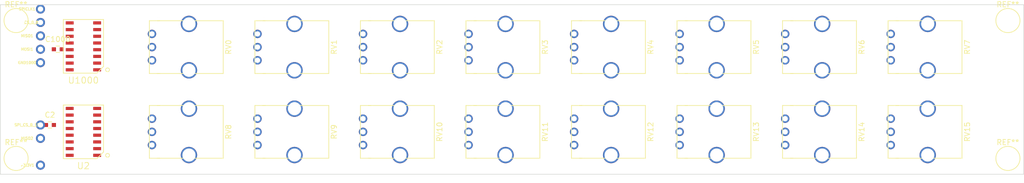
<source format=kicad_pcb>
(kicad_pcb (version 4) (host pcbnew 4.0.4-stable)

  (general
    (links 0)
    (no_connects 54)
    (area -0.050001 -32.175001 194.010001 0.050001)
    (thickness 1.6)
    (drawings 15)
    (tracks 4)
    (zones 0)
    (modules 32)
    (nets 25)
  )

  (page A4)
  (layers
    (0 F.Cu signal)
    (31 B.Cu signal)
    (32 B.Adhes user)
    (33 F.Adhes user)
    (34 B.Paste user)
    (35 F.Paste user)
    (36 B.SilkS user)
    (37 F.SilkS user)
    (38 B.Mask user)
    (39 F.Mask user)
    (40 Dwgs.User user)
    (41 Cmts.User user)
    (42 Eco1.User user)
    (43 Eco2.User user)
    (44 Edge.Cuts user)
    (45 Margin user)
    (46 B.CrtYd user)
    (47 F.CrtYd user hide)
    (48 B.Fab user)
    (49 F.Fab user)
  )

  (setup
    (last_trace_width 0.25)
    (trace_clearance 0.2)
    (zone_clearance 0.508)
    (zone_45_only no)
    (trace_min 0.2)
    (segment_width 0.2)
    (edge_width 0.1)
    (via_size 0.6)
    (via_drill 0.4)
    (via_min_size 0.4)
    (via_min_drill 0.3)
    (uvia_size 0.3)
    (uvia_drill 0.1)
    (uvias_allowed no)
    (uvia_min_size 0.2)
    (uvia_min_drill 0.1)
    (pcb_text_width 0.3)
    (pcb_text_size 1.5 1.5)
    (mod_edge_width 0.15)
    (mod_text_size 1 1)
    (mod_text_width 0.15)
    (pad_size 3.3 3.3)
    (pad_drill 3.3)
    (pad_to_mask_clearance 0)
    (aux_axis_origin 0 0)
    (grid_origin 185.76 16.0625)
    (visible_elements 7FFEFFFF)
    (pcbplotparams
      (layerselection 0x00030_80000001)
      (usegerberextensions false)
      (excludeedgelayer true)
      (linewidth 0.100000)
      (plotframeref false)
      (viasonmask false)
      (mode 1)
      (useauxorigin false)
      (hpglpennumber 1)
      (hpglpenspeed 20)
      (hpglpendiameter 15)
      (hpglpenoverlay 2)
      (psnegative false)
      (psa4output false)
      (plotreference true)
      (plotvalue true)
      (plotinvisibletext false)
      (padsonsilk false)
      (subtractmaskfromsilk false)
      (outputformat 1)
      (mirror false)
      (drillshape 1)
      (scaleselection 1)
      (outputdirectory ""))
  )

  (net 0 "")
  (net 1 GND)
  (net 2 +3V3)
  (net 3 "Net-(MISO1-Pad1)")
  (net 4 /Knobs/P0)
  (net 5 /Knobs/P1)
  (net 6 /Knobs/P2)
  (net 7 /Knobs/P3)
  (net 8 /Knobs/P4)
  (net 9 /Knobs/P5)
  (net 10 /Knobs/P6)
  (net 11 /Knobs/P7)
  (net 12 "Net-(MISO2-Pad1)")
  (net 13 /Knobs/MOSI)
  (net 14 /Knobs/P8)
  (net 15 /Knobs/P9)
  (net 16 /Knobs/P10)
  (net 17 /Knobs/P11)
  (net 18 /Knobs/P12)
  (net 19 /Knobs/P13)
  (net 20 /Knobs/P14)
  (net 21 /Knobs/P15)
  (net 22 /Knobs/SPICLK)
  (net 23 /Knobs/CS_R0_7)
  (net 24 /Knobs/CS_LED_8_15)

  (net_class Default "This is the default net class."
    (clearance 0.2)
    (trace_width 0.25)
    (via_dia 0.6)
    (via_drill 0.4)
    (uvia_dia 0.3)
    (uvia_drill 0.1)
    (add_net +3V3)
    (add_net /Knobs/CS_LED_8_15)
    (add_net /Knobs/CS_R0_7)
    (add_net /Knobs/MOSI)
    (add_net /Knobs/P0)
    (add_net /Knobs/P1)
    (add_net /Knobs/P10)
    (add_net /Knobs/P11)
    (add_net /Knobs/P12)
    (add_net /Knobs/P13)
    (add_net /Knobs/P14)
    (add_net /Knobs/P15)
    (add_net /Knobs/P2)
    (add_net /Knobs/P3)
    (add_net /Knobs/P4)
    (add_net /Knobs/P5)
    (add_net /Knobs/P6)
    (add_net /Knobs/P7)
    (add_net /Knobs/P8)
    (add_net /Knobs/P9)
    (add_net /Knobs/SPICLK)
    (add_net GND)
    (add_net "Net-(MISO1-Pad1)")
    (add_net "Net-(MISO2-Pad1)")
  )

  (module Connect:1pin (layer F.Cu) (tedit 582F41A8) (tstamp 582F453F)
    (at 3 -3)
    (descr "module 1 pin (ou trou mecanique de percage)")
    (tags DEV)
    (fp_text reference REF** (at 0 -3.048) (layer F.SilkS)
      (effects (font (size 1 1) (thickness 0.15)))
    )
    (fp_text value 1pin (at 0 2.794) (layer F.Fab)
      (effects (font (size 1 1) (thickness 0.15)))
    )
    (fp_circle (center 0 0) (end 0 -2.286) (layer F.SilkS) (width 0.15))
    (pad "" np_thru_hole circle (at 0 0) (size 3.3 3.3) (drill 3.3) (layers *.Cu *.Mask))
  )

  (module Connect:1pin (layer F.Cu) (tedit 582F41A8) (tstamp 582F453A)
    (at 3 -29.125)
    (descr "module 1 pin (ou trou mecanique de percage)")
    (tags DEV)
    (fp_text reference REF** (at 0 -3.048) (layer F.SilkS)
      (effects (font (size 1 1) (thickness 0.15)))
    )
    (fp_text value 1pin (at 0 2.794) (layer F.Fab)
      (effects (font (size 1 1) (thickness 0.15)))
    )
    (fp_circle (center 0 0) (end 0 -2.286) (layer F.SilkS) (width 0.15))
    (pad "" np_thru_hole circle (at 0 0) (size 3.3 3.3) (drill 3.3) (layers *.Cu *.Mask))
  )

  (module Connect:1pin (layer F.Cu) (tedit 582F41A8) (tstamp 582F452B)
    (at 190.96 -3)
    (descr "module 1 pin (ou trou mecanique de percage)")
    (tags DEV)
    (fp_text reference REF** (at 0 -3.048) (layer F.SilkS)
      (effects (font (size 1 1) (thickness 0.15)))
    )
    (fp_text value 1pin (at 0 2.794) (layer F.Fab)
      (effects (font (size 1 1) (thickness 0.15)))
    )
    (fp_circle (center 0 0) (end 0 -2.286) (layer F.SilkS) (width 0.15))
    (pad "" np_thru_hole circle (at 0 0) (size 3.3 3.3) (drill 3.3) (layers *.Cu *.Mask))
  )

  (module Liberry:RV09AF-40-20K-B10K (layer F.Cu) (tedit 582DFFE1) (tstamp 582E1168)
    (at 115.76 -24.094 270)
    (path /582E5E18/582E6659)
    (fp_text reference RV4 (at 0 -7.4948 270) (layer F.SilkS)
      (effects (font (size 1 1) (thickness 0.15)))
    )
    (fp_text value POT (at 1 9.5052 270) (layer F.Fab)
      (effects (font (size 1 1) (thickness 0.15)))
    )
    (fp_line (start 7.5 -8.9948) (end -7.5 -8.9948) (layer F.CrtYd) (width 0.15))
    (fp_line (start 7.5 8.5052) (end 7.5 -8.9948) (layer F.CrtYd) (width 0.15))
    (fp_line (start -7.5 8.5052) (end 7.5 8.5052) (layer F.CrtYd) (width 0.15))
    (fp_line (start -7.5 -8.9948) (end -7.5 8.5052) (layer F.CrtYd) (width 0.15))
    (fp_line (start -5 7.5052) (end -5 5.5052) (layer F.SilkS) (width 0.15))
    (fp_line (start 5 7.5052) (end 5 5.5052) (layer F.SilkS) (width 0.15))
    (fp_line (start -5 6.0052) (end -5 -6.4948) (layer F.SilkS) (width 0.15))
    (fp_line (start 5 7.5052) (end -5 7.5052) (layer F.SilkS) (width 0.15))
    (fp_line (start 5 -6.4948) (end 5 6.0052) (layer F.SilkS) (width 0.15))
    (fp_line (start -5 -6.4948) (end 5 -6.4948) (layer F.SilkS) (width 0.15))
    (pad "" thru_hole circle (at -4.3942 0 270) (size 3.1 3.1) (drill 2.5) (layers *.Cu *.Mask))
    (pad "" thru_hole circle (at 4.3942 0 270) (size 3.1 3.1) (drill 2.5) (layers *.Cu *.Mask))
    (pad 3 thru_hole circle (at -2.5 7.0104 270) (size 1.6 1.6) (drill 1) (layers *.Cu *.Mask)
      (net 1 GND))
    (pad 2 thru_hole circle (at 0 7.0104 270) (size 1.6 1.6) (drill 1) (layers *.Cu *.Mask)
      (net 8 /Knobs/P4))
    (pad 1 thru_hole circle (at 2.5 7.0104 270) (size 1.6 1.6) (drill 1) (layers *.Cu *.Mask)
      (net 2 +3V3))
  )

  (module Liberry:RV09AF-40-20K-B10K (layer F.Cu) (tedit 582DFFE1) (tstamp 582E11A1)
    (at 175.76 -24.094 270)
    (path /582E5E18/582E66A1)
    (fp_text reference RV7 (at 0 -7.4948 270) (layer F.SilkS)
      (effects (font (size 1 1) (thickness 0.15)))
    )
    (fp_text value POT (at 1 9.5052 270) (layer F.Fab)
      (effects (font (size 1 1) (thickness 0.15)))
    )
    (fp_line (start 7.5 -8.9948) (end -7.5 -8.9948) (layer F.CrtYd) (width 0.15))
    (fp_line (start 7.5 8.5052) (end 7.5 -8.9948) (layer F.CrtYd) (width 0.15))
    (fp_line (start -7.5 8.5052) (end 7.5 8.5052) (layer F.CrtYd) (width 0.15))
    (fp_line (start -7.5 -8.9948) (end -7.5 8.5052) (layer F.CrtYd) (width 0.15))
    (fp_line (start -5 7.5052) (end -5 5.5052) (layer F.SilkS) (width 0.15))
    (fp_line (start 5 7.5052) (end 5 5.5052) (layer F.SilkS) (width 0.15))
    (fp_line (start -5 6.0052) (end -5 -6.4948) (layer F.SilkS) (width 0.15))
    (fp_line (start 5 7.5052) (end -5 7.5052) (layer F.SilkS) (width 0.15))
    (fp_line (start 5 -6.4948) (end 5 6.0052) (layer F.SilkS) (width 0.15))
    (fp_line (start -5 -6.4948) (end 5 -6.4948) (layer F.SilkS) (width 0.15))
    (pad "" thru_hole circle (at -4.3942 0 270) (size 3.1 3.1) (drill 2.5) (layers *.Cu *.Mask))
    (pad "" thru_hole circle (at 4.3942 0 270) (size 3.1 3.1) (drill 2.5) (layers *.Cu *.Mask))
    (pad 3 thru_hole circle (at -2.5 7.0104 270) (size 1.6 1.6) (drill 1) (layers *.Cu *.Mask)
      (net 1 GND))
    (pad 2 thru_hole circle (at 0 7.0104 270) (size 1.6 1.6) (drill 1) (layers *.Cu *.Mask)
      (net 11 /Knobs/P7))
    (pad 1 thru_hole circle (at 2.5 7.0104 270) (size 1.6 1.6) (drill 1) (layers *.Cu *.Mask)
      (net 2 +3V3))
  )

  (module Liberry:RV09AF-40-20K-B10K (layer F.Cu) (tedit 582DFFE1) (tstamp 582E111C)
    (at 35.76 -24.094 270)
    (path /582E5E18/582E5E9A)
    (fp_text reference RV0 (at 0 -7.4948 270) (layer F.SilkS)
      (effects (font (size 1 1) (thickness 0.15)))
    )
    (fp_text value POT (at 1 9.5052 270) (layer F.Fab)
      (effects (font (size 1 1) (thickness 0.15)))
    )
    (fp_line (start 7.5 -8.9948) (end -7.5 -8.9948) (layer F.CrtYd) (width 0.15))
    (fp_line (start 7.5 8.5052) (end 7.5 -8.9948) (layer F.CrtYd) (width 0.15))
    (fp_line (start -7.5 8.5052) (end 7.5 8.5052) (layer F.CrtYd) (width 0.15))
    (fp_line (start -7.5 -8.9948) (end -7.5 8.5052) (layer F.CrtYd) (width 0.15))
    (fp_line (start -5 7.5052) (end -5 5.5052) (layer F.SilkS) (width 0.15))
    (fp_line (start 5 7.5052) (end 5 5.5052) (layer F.SilkS) (width 0.15))
    (fp_line (start -5 6.0052) (end -5 -6.4948) (layer F.SilkS) (width 0.15))
    (fp_line (start 5 7.5052) (end -5 7.5052) (layer F.SilkS) (width 0.15))
    (fp_line (start 5 -6.4948) (end 5 6.0052) (layer F.SilkS) (width 0.15))
    (fp_line (start -5 -6.4948) (end 5 -6.4948) (layer F.SilkS) (width 0.15))
    (pad "" thru_hole circle (at -4.3942 0 270) (size 3.1 3.1) (drill 2.5) (layers *.Cu *.Mask))
    (pad "" thru_hole circle (at 4.3942 0 270) (size 3.1 3.1) (drill 2.5) (layers *.Cu *.Mask))
    (pad 3 thru_hole circle (at -2.5 7.0104 270) (size 1.6 1.6) (drill 1) (layers *.Cu *.Mask)
      (net 1 GND))
    (pad 2 thru_hole circle (at 0 7.0104 270) (size 1.6 1.6) (drill 1) (layers *.Cu *.Mask)
      (net 4 /Knobs/P0))
    (pad 1 thru_hole circle (at 2.5 7.0104 270) (size 1.6 1.6) (drill 1) (layers *.Cu *.Mask)
      (net 2 +3V3))
  )

  (module Liberry:RV09AF-40-20K-B10K (layer F.Cu) (tedit 582DFFE1) (tstamp 582E112F)
    (at 55.76 -24.094 270)
    (path /582E5E18/582E62D2)
    (fp_text reference RV1 (at 0 -7.4948 270) (layer F.SilkS)
      (effects (font (size 1 1) (thickness 0.15)))
    )
    (fp_text value POT (at 1 9.5052 270) (layer F.Fab)
      (effects (font (size 1 1) (thickness 0.15)))
    )
    (fp_line (start 7.5 -8.9948) (end -7.5 -8.9948) (layer F.CrtYd) (width 0.15))
    (fp_line (start 7.5 8.5052) (end 7.5 -8.9948) (layer F.CrtYd) (width 0.15))
    (fp_line (start -7.5 8.5052) (end 7.5 8.5052) (layer F.CrtYd) (width 0.15))
    (fp_line (start -7.5 -8.9948) (end -7.5 8.5052) (layer F.CrtYd) (width 0.15))
    (fp_line (start -5 7.5052) (end -5 5.5052) (layer F.SilkS) (width 0.15))
    (fp_line (start 5 7.5052) (end 5 5.5052) (layer F.SilkS) (width 0.15))
    (fp_line (start -5 6.0052) (end -5 -6.4948) (layer F.SilkS) (width 0.15))
    (fp_line (start 5 7.5052) (end -5 7.5052) (layer F.SilkS) (width 0.15))
    (fp_line (start 5 -6.4948) (end 5 6.0052) (layer F.SilkS) (width 0.15))
    (fp_line (start -5 -6.4948) (end 5 -6.4948) (layer F.SilkS) (width 0.15))
    (pad "" thru_hole circle (at -4.3942 0 270) (size 3.1 3.1) (drill 2.5) (layers *.Cu *.Mask))
    (pad "" thru_hole circle (at 4.3942 0 270) (size 3.1 3.1) (drill 2.5) (layers *.Cu *.Mask))
    (pad 3 thru_hole circle (at -2.5 7.0104 270) (size 1.6 1.6) (drill 1) (layers *.Cu *.Mask)
      (net 1 GND))
    (pad 2 thru_hole circle (at 0 7.0104 270) (size 1.6 1.6) (drill 1) (layers *.Cu *.Mask)
      (net 5 /Knobs/P1))
    (pad 1 thru_hole circle (at 2.5 7.0104 270) (size 1.6 1.6) (drill 1) (layers *.Cu *.Mask)
      (net 2 +3V3))
  )

  (module Liberry:RV09AF-40-20K-B10K (layer F.Cu) (tedit 582DFFE1) (tstamp 582E1142)
    (at 75.76 -24.094 270)
    (path /582E5E18/582E6327)
    (fp_text reference RV2 (at 0 -7.4948 270) (layer F.SilkS)
      (effects (font (size 1 1) (thickness 0.15)))
    )
    (fp_text value POT (at 1 9.5052 270) (layer F.Fab)
      (effects (font (size 1 1) (thickness 0.15)))
    )
    (fp_line (start 7.5 -8.9948) (end -7.5 -8.9948) (layer F.CrtYd) (width 0.15))
    (fp_line (start 7.5 8.5052) (end 7.5 -8.9948) (layer F.CrtYd) (width 0.15))
    (fp_line (start -7.5 8.5052) (end 7.5 8.5052) (layer F.CrtYd) (width 0.15))
    (fp_line (start -7.5 -8.9948) (end -7.5 8.5052) (layer F.CrtYd) (width 0.15))
    (fp_line (start -5 7.5052) (end -5 5.5052) (layer F.SilkS) (width 0.15))
    (fp_line (start 5 7.5052) (end 5 5.5052) (layer F.SilkS) (width 0.15))
    (fp_line (start -5 6.0052) (end -5 -6.4948) (layer F.SilkS) (width 0.15))
    (fp_line (start 5 7.5052) (end -5 7.5052) (layer F.SilkS) (width 0.15))
    (fp_line (start 5 -6.4948) (end 5 6.0052) (layer F.SilkS) (width 0.15))
    (fp_line (start -5 -6.4948) (end 5 -6.4948) (layer F.SilkS) (width 0.15))
    (pad "" thru_hole circle (at -4.3942 0 270) (size 3.1 3.1) (drill 2.5) (layers *.Cu *.Mask))
    (pad "" thru_hole circle (at 4.3942 0 270) (size 3.1 3.1) (drill 2.5) (layers *.Cu *.Mask))
    (pad 3 thru_hole circle (at -2.5 7.0104 270) (size 1.6 1.6) (drill 1) (layers *.Cu *.Mask)
      (net 1 GND))
    (pad 2 thru_hole circle (at 0 7.0104 270) (size 1.6 1.6) (drill 1) (layers *.Cu *.Mask)
      (net 6 /Knobs/P2))
    (pad 1 thru_hole circle (at 2.5 7.0104 270) (size 1.6 1.6) (drill 1) (layers *.Cu *.Mask)
      (net 2 +3V3))
  )

  (module Liberry:RV09AF-40-20K-B10K (layer F.Cu) (tedit 582DFFE1) (tstamp 582E1155)
    (at 95.76 -24.094 270)
    (path /582E5E18/582E633F)
    (fp_text reference RV3 (at 0 -7.4948 270) (layer F.SilkS)
      (effects (font (size 1 1) (thickness 0.15)))
    )
    (fp_text value POT (at 1 9.5052 270) (layer F.Fab)
      (effects (font (size 1 1) (thickness 0.15)))
    )
    (fp_line (start 7.5 -8.9948) (end -7.5 -8.9948) (layer F.CrtYd) (width 0.15))
    (fp_line (start 7.5 8.5052) (end 7.5 -8.9948) (layer F.CrtYd) (width 0.15))
    (fp_line (start -7.5 8.5052) (end 7.5 8.5052) (layer F.CrtYd) (width 0.15))
    (fp_line (start -7.5 -8.9948) (end -7.5 8.5052) (layer F.CrtYd) (width 0.15))
    (fp_line (start -5 7.5052) (end -5 5.5052) (layer F.SilkS) (width 0.15))
    (fp_line (start 5 7.5052) (end 5 5.5052) (layer F.SilkS) (width 0.15))
    (fp_line (start -5 6.0052) (end -5 -6.4948) (layer F.SilkS) (width 0.15))
    (fp_line (start 5 7.5052) (end -5 7.5052) (layer F.SilkS) (width 0.15))
    (fp_line (start 5 -6.4948) (end 5 6.0052) (layer F.SilkS) (width 0.15))
    (fp_line (start -5 -6.4948) (end 5 -6.4948) (layer F.SilkS) (width 0.15))
    (pad "" thru_hole circle (at -4.3942 0 270) (size 3.1 3.1) (drill 2.5) (layers *.Cu *.Mask))
    (pad "" thru_hole circle (at 4.3942 0 270) (size 3.1 3.1) (drill 2.5) (layers *.Cu *.Mask))
    (pad 3 thru_hole circle (at -2.5 7.0104 270) (size 1.6 1.6) (drill 1) (layers *.Cu *.Mask)
      (net 1 GND))
    (pad 2 thru_hole circle (at 0 7.0104 270) (size 1.6 1.6) (drill 1) (layers *.Cu *.Mask)
      (net 7 /Knobs/P3))
    (pad 1 thru_hole circle (at 2.5 7.0104 270) (size 1.6 1.6) (drill 1) (layers *.Cu *.Mask)
      (net 2 +3V3))
  )

  (module Liberry:RV09AF-40-20K-B10K (layer F.Cu) (tedit 582DFFE1) (tstamp 582E117B)
    (at 135.76 -24.094 270)
    (path /582E5E18/582E6671)
    (fp_text reference RV5 (at 0 -7.4948 270) (layer F.SilkS)
      (effects (font (size 1 1) (thickness 0.15)))
    )
    (fp_text value POT (at 1 9.5052 270) (layer F.Fab)
      (effects (font (size 1 1) (thickness 0.15)))
    )
    (fp_line (start 7.5 -8.9948) (end -7.5 -8.9948) (layer F.CrtYd) (width 0.15))
    (fp_line (start 7.5 8.5052) (end 7.5 -8.9948) (layer F.CrtYd) (width 0.15))
    (fp_line (start -7.5 8.5052) (end 7.5 8.5052) (layer F.CrtYd) (width 0.15))
    (fp_line (start -7.5 -8.9948) (end -7.5 8.5052) (layer F.CrtYd) (width 0.15))
    (fp_line (start -5 7.5052) (end -5 5.5052) (layer F.SilkS) (width 0.15))
    (fp_line (start 5 7.5052) (end 5 5.5052) (layer F.SilkS) (width 0.15))
    (fp_line (start -5 6.0052) (end -5 -6.4948) (layer F.SilkS) (width 0.15))
    (fp_line (start 5 7.5052) (end -5 7.5052) (layer F.SilkS) (width 0.15))
    (fp_line (start 5 -6.4948) (end 5 6.0052) (layer F.SilkS) (width 0.15))
    (fp_line (start -5 -6.4948) (end 5 -6.4948) (layer F.SilkS) (width 0.15))
    (pad "" thru_hole circle (at -4.3942 0 270) (size 3.1 3.1) (drill 2.5) (layers *.Cu *.Mask))
    (pad "" thru_hole circle (at 4.3942 0 270) (size 3.1 3.1) (drill 2.5) (layers *.Cu *.Mask))
    (pad 3 thru_hole circle (at -2.5 7.0104 270) (size 1.6 1.6) (drill 1) (layers *.Cu *.Mask)
      (net 1 GND))
    (pad 2 thru_hole circle (at 0 7.0104 270) (size 1.6 1.6) (drill 1) (layers *.Cu *.Mask)
      (net 9 /Knobs/P5))
    (pad 1 thru_hole circle (at 2.5 7.0104 270) (size 1.6 1.6) (drill 1) (layers *.Cu *.Mask)
      (net 2 +3V3))
  )

  (module Liberry:RV09AF-40-20K-B10K (layer F.Cu) (tedit 582DFFE1) (tstamp 582E118E)
    (at 155.76 -24.094 270)
    (path /582E5E18/582E6689)
    (fp_text reference RV6 (at 0 -7.4948 270) (layer F.SilkS)
      (effects (font (size 1 1) (thickness 0.15)))
    )
    (fp_text value POT (at 1 9.5052 270) (layer F.Fab)
      (effects (font (size 1 1) (thickness 0.15)))
    )
    (fp_line (start 7.5 -8.9948) (end -7.5 -8.9948) (layer F.CrtYd) (width 0.15))
    (fp_line (start 7.5 8.5052) (end 7.5 -8.9948) (layer F.CrtYd) (width 0.15))
    (fp_line (start -7.5 8.5052) (end 7.5 8.5052) (layer F.CrtYd) (width 0.15))
    (fp_line (start -7.5 -8.9948) (end -7.5 8.5052) (layer F.CrtYd) (width 0.15))
    (fp_line (start -5 7.5052) (end -5 5.5052) (layer F.SilkS) (width 0.15))
    (fp_line (start 5 7.5052) (end 5 5.5052) (layer F.SilkS) (width 0.15))
    (fp_line (start -5 6.0052) (end -5 -6.4948) (layer F.SilkS) (width 0.15))
    (fp_line (start 5 7.5052) (end -5 7.5052) (layer F.SilkS) (width 0.15))
    (fp_line (start 5 -6.4948) (end 5 6.0052) (layer F.SilkS) (width 0.15))
    (fp_line (start -5 -6.4948) (end 5 -6.4948) (layer F.SilkS) (width 0.15))
    (pad "" thru_hole circle (at -4.3942 0 270) (size 3.1 3.1) (drill 2.5) (layers *.Cu *.Mask))
    (pad "" thru_hole circle (at 4.3942 0 270) (size 3.1 3.1) (drill 2.5) (layers *.Cu *.Mask))
    (pad 3 thru_hole circle (at -2.5 7.0104 270) (size 1.6 1.6) (drill 1) (layers *.Cu *.Mask)
      (net 1 GND))
    (pad 2 thru_hole circle (at 0 7.0104 270) (size 1.6 1.6) (drill 1) (layers *.Cu *.Mask)
      (net 10 /Knobs/P6))
    (pad 1 thru_hole circle (at 2.5 7.0104 270) (size 1.6 1.6) (drill 1) (layers *.Cu *.Mask)
      (net 2 +3V3))
  )

  (module Liberry:SOIC-16 (layer F.Cu) (tedit 582E0477) (tstamp 582E11C5)
    (at 15.76 -24.2376 90)
    (path /582E5E18/582E69F5)
    (fp_text reference U1000 (at -6.445 0 180) (layer F.SilkS)
      (effects (font (size 1.2 1.2) (thickness 0.15)))
    )
    (fp_text value MCP3008T-I/SL (at 0 0 90) (layer F.Fab)
      (effects (font (size 1.2 1.2) (thickness 0.15)))
    )
    (fp_circle (center -4.445 4.572) (end -4.191 4.318) (layer F.SilkS) (width 0.15))
    (fp_line (start 5.08 3.81) (end 5.08 -3.81) (layer F.SilkS) (width 0.15))
    (fp_line (start -3.81 3.81) (end 5.08 3.81) (layer F.SilkS) (width 0.15))
    (fp_line (start -5.08 2.54) (end -3.81 3.81) (layer F.SilkS) (width 0.15))
    (fp_line (start -5.08 -3.81) (end -5.08 2.54) (layer F.SilkS) (width 0.15))
    (fp_line (start 5.08 -3.81) (end -5.08 -3.81) (layer F.SilkS) (width 0.15))
    (pad 16 smd rect (at -4.445 -2.6 90) (size 0.6 1.5) (layers F.Cu F.Paste F.Mask)
      (net 2 +3V3))
    (pad 1 smd rect (at -4.445 2.6 90) (size 0.6 1.5) (layers F.Cu F.Paste F.Mask)
      (net 4 /Knobs/P0))
    (pad 15 smd rect (at -3.175 -2.6 90) (size 0.6 1.5) (layers F.Cu F.Paste F.Mask)
      (net 2 +3V3))
    (pad 2 smd rect (at -3.175 2.6 90) (size 0.6 1.5) (layers F.Cu F.Paste F.Mask)
      (net 5 /Knobs/P1))
    (pad 14 smd rect (at -1.905 -2.6 90) (size 0.6 1.5) (layers F.Cu F.Paste F.Mask)
      (net 1 GND))
    (pad 3 smd rect (at -1.905 2.6 90) (size 0.6 1.5) (layers F.Cu F.Paste F.Mask)
      (net 6 /Knobs/P2))
    (pad 13 smd rect (at -0.635 -2.6 90) (size 0.6 1.5) (layers F.Cu F.Paste F.Mask)
      (net 22 /Knobs/SPICLK))
    (pad 4 smd rect (at -0.635 2.6 90) (size 0.6 1.5) (layers F.Cu F.Paste F.Mask)
      (net 7 /Knobs/P3))
    (pad 12 smd rect (at 0.635 -2.6 90) (size 0.6 1.5) (layers F.Cu F.Paste F.Mask)
      (net 3 "Net-(MISO1-Pad1)"))
    (pad 5 smd rect (at 0.635 2.6 90) (size 0.6 1.5) (layers F.Cu F.Paste F.Mask)
      (net 8 /Knobs/P4))
    (pad 11 smd rect (at 1.905 -2.6 90) (size 0.6 1.5) (layers F.Cu F.Paste F.Mask)
      (net 13 /Knobs/MOSI))
    (pad 6 smd rect (at 1.905 2.6 90) (size 0.6 1.5) (layers F.Cu F.Paste F.Mask)
      (net 9 /Knobs/P5))
    (pad 10 smd rect (at 3.175 -2.6 90) (size 0.6 1.5) (layers F.Cu F.Paste F.Mask)
      (net 23 /Knobs/CS_R0_7))
    (pad 7 smd rect (at 3.175 2.6 90) (size 0.6 1.5) (layers F.Cu F.Paste F.Mask)
      (net 10 /Knobs/P6))
    (pad 9 smd rect (at 4.445 -2.6 90) (size 0.6 1.5) (layers F.Cu F.Paste F.Mask)
      (net 1 GND))
    (pad 8 smd rect (at 4.445 2.6 90) (size 0.6 1.5) (layers F.Cu F.Paste F.Mask)
      (net 11 /Knobs/P7))
  )

  (module Liberry:single_0.1 (layer F.Cu) (tedit 5829F5BC) (tstamp 582E11A6)
    (at 7.62 -31.3026)
    (descr "10 pins through hole IDC header")
    (tags "IDC header socket VASCH")
    (path /582E5E18/582E523F)
    (fp_text reference SPICLK1 (at -2.54 0) (layer F.SilkS)
      (effects (font (size 0.5 0.5) (thickness 0.125)))
    )
    (fp_text value CONN_01X01 (at 0 2.54) (layer F.Fab)
      (effects (font (size 1 1) (thickness 0.15)))
    )
    (pad 1 thru_hole circle (at 0 0) (size 1.7272 1.7272) (drill 1.016) (layers *.Cu *.Mask)
      (net 22 /Knobs/SPICLK))
  )

  (module Liberry:single_0.1 (layer F.Cu) (tedit 5829F5BC) (tstamp 582E1109)
    (at 7.62 -23.6826)
    (descr "10 pins through hole IDC header")
    (tags "IDC header socket VASCH")
    (path /582E5E18/582E505A)
    (fp_text reference MOSI1 (at -2.54 0) (layer F.SilkS)
      (effects (font (size 0.5 0.5) (thickness 0.125)))
    )
    (fp_text value CONN_01X01 (at 0 2.54) (layer F.Fab)
      (effects (font (size 1 1) (thickness 0.15)))
    )
    (pad 1 thru_hole circle (at 0 0) (size 1.7272 1.7272) (drill 1.016) (layers *.Cu *.Mask)
      (net 13 /Knobs/MOSI))
  )

  (module Liberry:single_0.1 (layer F.Cu) (tedit 5829F5BC) (tstamp 582E1104)
    (at 7.62 -26.2226)
    (descr "10 pins through hole IDC header")
    (tags "IDC header socket VASCH")
    (path /582E5E18/582E561D)
    (fp_text reference MISO1 (at -2.54 0) (layer F.SilkS)
      (effects (font (size 0.5 0.5) (thickness 0.125)))
    )
    (fp_text value CONN_01X01 (at 0 2.54) (layer F.Fab)
      (effects (font (size 1 1) (thickness 0.15)))
    )
    (pad 1 thru_hole circle (at 0 0) (size 1.7272 1.7272) (drill 1.016) (layers *.Cu *.Mask)
      (net 3 "Net-(MISO1-Pad1)"))
  )

  (module Liberry:single_0.1 (layer F.Cu) (tedit 5829F5BC) (tstamp 582E10FF)
    (at 7.62 -21.1426)
    (descr "10 pins through hole IDC header")
    (tags "IDC header socket VASCH")
    (path /582E5E18/582EB90D)
    (fp_text reference GND1000 (at -2.54 0) (layer F.SilkS)
      (effects (font (size 0.5 0.5) (thickness 0.125)))
    )
    (fp_text value CONN_01X01 (at 0 2.54) (layer F.Fab)
      (effects (font (size 1 1) (thickness 0.15)))
    )
    (pad 1 thru_hole circle (at 0 0) (size 1.7272 1.7272) (drill 1.016) (layers *.Cu *.Mask)
      (net 1 GND))
  )

  (module Capacitors_SMD:C_0603 (layer F.Cu) (tedit 5415D631) (tstamp 582E10FA)
    (at 10.91 -23.6826)
    (descr "Capacitor SMD 0603, reflow soldering, AVX (see smccp.pdf)")
    (tags "capacitor 0603")
    (path /582E5E18/582E3E9F)
    (attr smd)
    (fp_text reference C1000 (at 0 -1.9) (layer F.SilkS)
      (effects (font (size 1 1) (thickness 0.15)))
    )
    (fp_text value 0.1u (at 0 1.9) (layer F.Fab)
      (effects (font (size 1 1) (thickness 0.15)))
    )
    (fp_line (start -0.8 0.4) (end -0.8 -0.4) (layer F.Fab) (width 0.15))
    (fp_line (start 0.8 0.4) (end -0.8 0.4) (layer F.Fab) (width 0.15))
    (fp_line (start 0.8 -0.4) (end 0.8 0.4) (layer F.Fab) (width 0.15))
    (fp_line (start -0.8 -0.4) (end 0.8 -0.4) (layer F.Fab) (width 0.15))
    (fp_line (start -1.45 -0.75) (end 1.45 -0.75) (layer F.CrtYd) (width 0.05))
    (fp_line (start -1.45 0.75) (end 1.45 0.75) (layer F.CrtYd) (width 0.05))
    (fp_line (start -1.45 -0.75) (end -1.45 0.75) (layer F.CrtYd) (width 0.05))
    (fp_line (start 1.45 -0.75) (end 1.45 0.75) (layer F.CrtYd) (width 0.05))
    (fp_line (start -0.35 -0.6) (end 0.35 -0.6) (layer F.SilkS) (width 0.15))
    (fp_line (start 0.35 0.6) (end -0.35 0.6) (layer F.SilkS) (width 0.15))
    (pad 1 smd rect (at -0.75 0) (size 0.8 0.75) (layers F.Cu F.Paste F.Mask)
      (net 2 +3V3))
    (pad 2 smd rect (at 0.75 0) (size 0.8 0.75) (layers F.Cu F.Paste F.Mask)
      (net 1 GND))
    (model Capacitors_SMD.3dshapes/C_0603.wrl
      (at (xyz 0 0 0))
      (scale (xyz 1 1 1))
      (rotate (xyz 0 0 0))
    )
  )

  (module Liberry:single_0.1 (layer F.Cu) (tedit 5829F5BC) (tstamp 582E10EA)
    (at 7.62 -1.7174)
    (descr "10 pins through hole IDC header")
    (tags "IDC header socket VASCH")
    (path /582E5E18/582EB30E)
    (fp_text reference +3.3V1 (at -2.54 0) (layer F.SilkS)
      (effects (font (size 0.5 0.5) (thickness 0.125)))
    )
    (fp_text value CONN_01X01 (at 0 2.54) (layer F.Fab)
      (effects (font (size 1 1) (thickness 0.15)))
    )
    (pad 1 thru_hole circle (at 0 0) (size 1.7272 1.7272) (drill 1.016) (layers *.Cu *.Mask)
      (net 2 +3V3))
  )

  (module Capacitors_SMD:C_0603 (layer F.Cu) (tedit 5415D631) (tstamp 582F4297)
    (at 9.41 -9.3374)
    (descr "Capacitor SMD 0603, reflow soldering, AVX (see smccp.pdf)")
    (tags "capacitor 0603")
    (path /582E5E18/582F4165)
    (attr smd)
    (fp_text reference C2 (at 0 -1.9) (layer F.SilkS)
      (effects (font (size 1 1) (thickness 0.15)))
    )
    (fp_text value 0.1u (at 0 1.9) (layer F.Fab)
      (effects (font (size 1 1) (thickness 0.15)))
    )
    (fp_line (start -0.8 0.4) (end -0.8 -0.4) (layer F.Fab) (width 0.15))
    (fp_line (start 0.8 0.4) (end -0.8 0.4) (layer F.Fab) (width 0.15))
    (fp_line (start 0.8 -0.4) (end 0.8 0.4) (layer F.Fab) (width 0.15))
    (fp_line (start -0.8 -0.4) (end 0.8 -0.4) (layer F.Fab) (width 0.15))
    (fp_line (start -1.45 -0.75) (end 1.45 -0.75) (layer F.CrtYd) (width 0.05))
    (fp_line (start -1.45 0.75) (end 1.45 0.75) (layer F.CrtYd) (width 0.05))
    (fp_line (start -1.45 -0.75) (end -1.45 0.75) (layer F.CrtYd) (width 0.05))
    (fp_line (start 1.45 -0.75) (end 1.45 0.75) (layer F.CrtYd) (width 0.05))
    (fp_line (start -0.35 -0.6) (end 0.35 -0.6) (layer F.SilkS) (width 0.15))
    (fp_line (start 0.35 0.6) (end -0.35 0.6) (layer F.SilkS) (width 0.15))
    (pad 1 smd rect (at -0.75 0) (size 0.8 0.75) (layers F.Cu F.Paste F.Mask)
      (net 2 +3V3))
    (pad 2 smd rect (at 0.75 0) (size 0.8 0.75) (layers F.Cu F.Paste F.Mask)
      (net 1 GND))
    (model Capacitors_SMD.3dshapes/C_0603.wrl
      (at (xyz 0 0 0))
      (scale (xyz 1 1 1))
      (rotate (xyz 0 0 0))
    )
  )

  (module Liberry:single_0.1 (layer F.Cu) (tedit 5829F5BC) (tstamp 582F429C)
    (at 7.62 -6.7974)
    (descr "10 pins through hole IDC header")
    (tags "IDC header socket VASCH")
    (path /582E5E18/582F4198)
    (fp_text reference MISO2 (at -2.54 0) (layer F.SilkS)
      (effects (font (size 0.5 0.5) (thickness 0.125)))
    )
    (fp_text value CONN_01X01 (at 0 2.54) (layer F.Fab)
      (effects (font (size 1 1) (thickness 0.15)))
    )
    (pad 1 thru_hole circle (at 0 0) (size 1.7272 1.7272) (drill 1.016) (layers *.Cu *.Mask)
      (net 12 "Net-(MISO2-Pad1)"))
  )

  (module Liberry:RV09AF-40-20K-B10K (layer F.Cu) (tedit 582DFFE1) (tstamp 582F42AF)
    (at 35.76 -8.0314 270)
    (path /582E5E18/582F40B5)
    (fp_text reference RV8 (at 0 -7.4948 270) (layer F.SilkS)
      (effects (font (size 1 1) (thickness 0.15)))
    )
    (fp_text value POT (at 1 9.5052 270) (layer F.Fab)
      (effects (font (size 1 1) (thickness 0.15)))
    )
    (fp_line (start 7.5 -8.9948) (end -7.5 -8.9948) (layer F.CrtYd) (width 0.15))
    (fp_line (start 7.5 8.5052) (end 7.5 -8.9948) (layer F.CrtYd) (width 0.15))
    (fp_line (start -7.5 8.5052) (end 7.5 8.5052) (layer F.CrtYd) (width 0.15))
    (fp_line (start -7.5 -8.9948) (end -7.5 8.5052) (layer F.CrtYd) (width 0.15))
    (fp_line (start -5 7.5052) (end -5 5.5052) (layer F.SilkS) (width 0.15))
    (fp_line (start 5 7.5052) (end 5 5.5052) (layer F.SilkS) (width 0.15))
    (fp_line (start -5 6.0052) (end -5 -6.4948) (layer F.SilkS) (width 0.15))
    (fp_line (start 5 7.5052) (end -5 7.5052) (layer F.SilkS) (width 0.15))
    (fp_line (start 5 -6.4948) (end 5 6.0052) (layer F.SilkS) (width 0.15))
    (fp_line (start -5 -6.4948) (end 5 -6.4948) (layer F.SilkS) (width 0.15))
    (pad "" thru_hole circle (at -4.3942 0 270) (size 3.1 3.1) (drill 2.5) (layers *.Cu *.Mask))
    (pad "" thru_hole circle (at 4.3942 0 270) (size 3.1 3.1) (drill 2.5) (layers *.Cu *.Mask))
    (pad 3 thru_hole circle (at -2.5 7.0104 270) (size 1.6 1.6) (drill 1) (layers *.Cu *.Mask)
      (net 1 GND))
    (pad 2 thru_hole circle (at 0 7.0104 270) (size 1.6 1.6) (drill 1) (layers *.Cu *.Mask)
      (net 14 /Knobs/P8))
    (pad 1 thru_hole circle (at 2.5 7.0104 270) (size 1.6 1.6) (drill 1) (layers *.Cu *.Mask)
      (net 2 +3V3))
  )

  (module Liberry:RV09AF-40-20K-B10K (layer F.Cu) (tedit 582DFFE1) (tstamp 582F42C2)
    (at 55.76 -8.0314 270)
    (path /582E5E18/582F40CA)
    (fp_text reference RV9 (at 0 -7.4948 270) (layer F.SilkS)
      (effects (font (size 1 1) (thickness 0.15)))
    )
    (fp_text value POT (at 1 9.5052 270) (layer F.Fab)
      (effects (font (size 1 1) (thickness 0.15)))
    )
    (fp_line (start 7.5 -8.9948) (end -7.5 -8.9948) (layer F.CrtYd) (width 0.15))
    (fp_line (start 7.5 8.5052) (end 7.5 -8.9948) (layer F.CrtYd) (width 0.15))
    (fp_line (start -7.5 8.5052) (end 7.5 8.5052) (layer F.CrtYd) (width 0.15))
    (fp_line (start -7.5 -8.9948) (end -7.5 8.5052) (layer F.CrtYd) (width 0.15))
    (fp_line (start -5 7.5052) (end -5 5.5052) (layer F.SilkS) (width 0.15))
    (fp_line (start 5 7.5052) (end 5 5.5052) (layer F.SilkS) (width 0.15))
    (fp_line (start -5 6.0052) (end -5 -6.4948) (layer F.SilkS) (width 0.15))
    (fp_line (start 5 7.5052) (end -5 7.5052) (layer F.SilkS) (width 0.15))
    (fp_line (start 5 -6.4948) (end 5 6.0052) (layer F.SilkS) (width 0.15))
    (fp_line (start -5 -6.4948) (end 5 -6.4948) (layer F.SilkS) (width 0.15))
    (pad "" thru_hole circle (at -4.3942 0 270) (size 3.1 3.1) (drill 2.5) (layers *.Cu *.Mask))
    (pad "" thru_hole circle (at 4.3942 0 270) (size 3.1 3.1) (drill 2.5) (layers *.Cu *.Mask))
    (pad 3 thru_hole circle (at -2.5 7.0104 270) (size 1.6 1.6) (drill 1) (layers *.Cu *.Mask)
      (net 1 GND))
    (pad 2 thru_hole circle (at 0 7.0104 270) (size 1.6 1.6) (drill 1) (layers *.Cu *.Mask)
      (net 15 /Knobs/P9))
    (pad 1 thru_hole circle (at 2.5 7.0104 270) (size 1.6 1.6) (drill 1) (layers *.Cu *.Mask)
      (net 2 +3V3))
  )

  (module Liberry:RV09AF-40-20K-B10K (layer F.Cu) (tedit 582DFFE1) (tstamp 582F42D5)
    (at 75.76 -8.0314 270)
    (path /582E5E18/582F40DF)
    (fp_text reference RV10 (at 0 -7.4948 270) (layer F.SilkS)
      (effects (font (size 1 1) (thickness 0.15)))
    )
    (fp_text value POT (at 1 9.5052 270) (layer F.Fab)
      (effects (font (size 1 1) (thickness 0.15)))
    )
    (fp_line (start 7.5 -8.9948) (end -7.5 -8.9948) (layer F.CrtYd) (width 0.15))
    (fp_line (start 7.5 8.5052) (end 7.5 -8.9948) (layer F.CrtYd) (width 0.15))
    (fp_line (start -7.5 8.5052) (end 7.5 8.5052) (layer F.CrtYd) (width 0.15))
    (fp_line (start -7.5 -8.9948) (end -7.5 8.5052) (layer F.CrtYd) (width 0.15))
    (fp_line (start -5 7.5052) (end -5 5.5052) (layer F.SilkS) (width 0.15))
    (fp_line (start 5 7.5052) (end 5 5.5052) (layer F.SilkS) (width 0.15))
    (fp_line (start -5 6.0052) (end -5 -6.4948) (layer F.SilkS) (width 0.15))
    (fp_line (start 5 7.5052) (end -5 7.5052) (layer F.SilkS) (width 0.15))
    (fp_line (start 5 -6.4948) (end 5 6.0052) (layer F.SilkS) (width 0.15))
    (fp_line (start -5 -6.4948) (end 5 -6.4948) (layer F.SilkS) (width 0.15))
    (pad "" thru_hole circle (at -4.3942 0 270) (size 3.1 3.1) (drill 2.5) (layers *.Cu *.Mask))
    (pad "" thru_hole circle (at 4.3942 0 270) (size 3.1 3.1) (drill 2.5) (layers *.Cu *.Mask))
    (pad 3 thru_hole circle (at -2.5 7.0104 270) (size 1.6 1.6) (drill 1) (layers *.Cu *.Mask)
      (net 1 GND))
    (pad 2 thru_hole circle (at 0 7.0104 270) (size 1.6 1.6) (drill 1) (layers *.Cu *.Mask)
      (net 16 /Knobs/P10))
    (pad 1 thru_hole circle (at 2.5 7.0104 270) (size 1.6 1.6) (drill 1) (layers *.Cu *.Mask)
      (net 2 +3V3))
  )

  (module Liberry:RV09AF-40-20K-B10K (layer F.Cu) (tedit 582DFFE1) (tstamp 582F42E8)
    (at 95.76 -8.0314 270)
    (path /582E5E18/582F40F4)
    (fp_text reference RV11 (at 0 -7.4948 270) (layer F.SilkS)
      (effects (font (size 1 1) (thickness 0.15)))
    )
    (fp_text value POT (at 1 9.5052 270) (layer F.Fab)
      (effects (font (size 1 1) (thickness 0.15)))
    )
    (fp_line (start 7.5 -8.9948) (end -7.5 -8.9948) (layer F.CrtYd) (width 0.15))
    (fp_line (start 7.5 8.5052) (end 7.5 -8.9948) (layer F.CrtYd) (width 0.15))
    (fp_line (start -7.5 8.5052) (end 7.5 8.5052) (layer F.CrtYd) (width 0.15))
    (fp_line (start -7.5 -8.9948) (end -7.5 8.5052) (layer F.CrtYd) (width 0.15))
    (fp_line (start -5 7.5052) (end -5 5.5052) (layer F.SilkS) (width 0.15))
    (fp_line (start 5 7.5052) (end 5 5.5052) (layer F.SilkS) (width 0.15))
    (fp_line (start -5 6.0052) (end -5 -6.4948) (layer F.SilkS) (width 0.15))
    (fp_line (start 5 7.5052) (end -5 7.5052) (layer F.SilkS) (width 0.15))
    (fp_line (start 5 -6.4948) (end 5 6.0052) (layer F.SilkS) (width 0.15))
    (fp_line (start -5 -6.4948) (end 5 -6.4948) (layer F.SilkS) (width 0.15))
    (pad "" thru_hole circle (at -4.3942 0 270) (size 3.1 3.1) (drill 2.5) (layers *.Cu *.Mask))
    (pad "" thru_hole circle (at 4.3942 0 270) (size 3.1 3.1) (drill 2.5) (layers *.Cu *.Mask))
    (pad 3 thru_hole circle (at -2.5 7.0104 270) (size 1.6 1.6) (drill 1) (layers *.Cu *.Mask)
      (net 1 GND))
    (pad 2 thru_hole circle (at 0 7.0104 270) (size 1.6 1.6) (drill 1) (layers *.Cu *.Mask)
      (net 17 /Knobs/P11))
    (pad 1 thru_hole circle (at 2.5 7.0104 270) (size 1.6 1.6) (drill 1) (layers *.Cu *.Mask)
      (net 2 +3V3))
  )

  (module Liberry:RV09AF-40-20K-B10K (layer F.Cu) (tedit 582DFFE1) (tstamp 582F42FB)
    (at 115.76 -8.0314 270)
    (path /582E5E18/582F4109)
    (fp_text reference RV12 (at 0 -7.4948 270) (layer F.SilkS)
      (effects (font (size 1 1) (thickness 0.15)))
    )
    (fp_text value POT (at 1 9.5052 270) (layer F.Fab)
      (effects (font (size 1 1) (thickness 0.15)))
    )
    (fp_line (start 7.5 -8.9948) (end -7.5 -8.9948) (layer F.CrtYd) (width 0.15))
    (fp_line (start 7.5 8.5052) (end 7.5 -8.9948) (layer F.CrtYd) (width 0.15))
    (fp_line (start -7.5 8.5052) (end 7.5 8.5052) (layer F.CrtYd) (width 0.15))
    (fp_line (start -7.5 -8.9948) (end -7.5 8.5052) (layer F.CrtYd) (width 0.15))
    (fp_line (start -5 7.5052) (end -5 5.5052) (layer F.SilkS) (width 0.15))
    (fp_line (start 5 7.5052) (end 5 5.5052) (layer F.SilkS) (width 0.15))
    (fp_line (start -5 6.0052) (end -5 -6.4948) (layer F.SilkS) (width 0.15))
    (fp_line (start 5 7.5052) (end -5 7.5052) (layer F.SilkS) (width 0.15))
    (fp_line (start 5 -6.4948) (end 5 6.0052) (layer F.SilkS) (width 0.15))
    (fp_line (start -5 -6.4948) (end 5 -6.4948) (layer F.SilkS) (width 0.15))
    (pad "" thru_hole circle (at -4.3942 0 270) (size 3.1 3.1) (drill 2.5) (layers *.Cu *.Mask))
    (pad "" thru_hole circle (at 4.3942 0 270) (size 3.1 3.1) (drill 2.5) (layers *.Cu *.Mask))
    (pad 3 thru_hole circle (at -2.5 7.0104 270) (size 1.6 1.6) (drill 1) (layers *.Cu *.Mask)
      (net 1 GND))
    (pad 2 thru_hole circle (at 0 7.0104 270) (size 1.6 1.6) (drill 1) (layers *.Cu *.Mask)
      (net 18 /Knobs/P12))
    (pad 1 thru_hole circle (at 2.5 7.0104 270) (size 1.6 1.6) (drill 1) (layers *.Cu *.Mask)
      (net 2 +3V3))
  )

  (module Liberry:RV09AF-40-20K-B10K (layer F.Cu) (tedit 582DFFE1) (tstamp 582F430E)
    (at 135.76 -8.0314 270)
    (path /582E5E18/582F411E)
    (fp_text reference RV13 (at 0 -7.4948 270) (layer F.SilkS)
      (effects (font (size 1 1) (thickness 0.15)))
    )
    (fp_text value POT (at 1 9.5052 270) (layer F.Fab)
      (effects (font (size 1 1) (thickness 0.15)))
    )
    (fp_line (start 7.5 -8.9948) (end -7.5 -8.9948) (layer F.CrtYd) (width 0.15))
    (fp_line (start 7.5 8.5052) (end 7.5 -8.9948) (layer F.CrtYd) (width 0.15))
    (fp_line (start -7.5 8.5052) (end 7.5 8.5052) (layer F.CrtYd) (width 0.15))
    (fp_line (start -7.5 -8.9948) (end -7.5 8.5052) (layer F.CrtYd) (width 0.15))
    (fp_line (start -5 7.5052) (end -5 5.5052) (layer F.SilkS) (width 0.15))
    (fp_line (start 5 7.5052) (end 5 5.5052) (layer F.SilkS) (width 0.15))
    (fp_line (start -5 6.0052) (end -5 -6.4948) (layer F.SilkS) (width 0.15))
    (fp_line (start 5 7.5052) (end -5 7.5052) (layer F.SilkS) (width 0.15))
    (fp_line (start 5 -6.4948) (end 5 6.0052) (layer F.SilkS) (width 0.15))
    (fp_line (start -5 -6.4948) (end 5 -6.4948) (layer F.SilkS) (width 0.15))
    (pad "" thru_hole circle (at -4.3942 0 270) (size 3.1 3.1) (drill 2.5) (layers *.Cu *.Mask))
    (pad "" thru_hole circle (at 4.3942 0 270) (size 3.1 3.1) (drill 2.5) (layers *.Cu *.Mask))
    (pad 3 thru_hole circle (at -2.5 7.0104 270) (size 1.6 1.6) (drill 1) (layers *.Cu *.Mask)
      (net 1 GND))
    (pad 2 thru_hole circle (at 0 7.0104 270) (size 1.6 1.6) (drill 1) (layers *.Cu *.Mask)
      (net 19 /Knobs/P13))
    (pad 1 thru_hole circle (at 2.5 7.0104 270) (size 1.6 1.6) (drill 1) (layers *.Cu *.Mask)
      (net 2 +3V3))
  )

  (module Liberry:RV09AF-40-20K-B10K (layer F.Cu) (tedit 582DFFE1) (tstamp 582F4321)
    (at 155.76 -8.0314 270)
    (path /582E5E18/582F4133)
    (fp_text reference RV14 (at 0 -7.4948 270) (layer F.SilkS)
      (effects (font (size 1 1) (thickness 0.15)))
    )
    (fp_text value POT (at 1 9.5052 270) (layer F.Fab)
      (effects (font (size 1 1) (thickness 0.15)))
    )
    (fp_line (start 7.5 -8.9948) (end -7.5 -8.9948) (layer F.CrtYd) (width 0.15))
    (fp_line (start 7.5 8.5052) (end 7.5 -8.9948) (layer F.CrtYd) (width 0.15))
    (fp_line (start -7.5 8.5052) (end 7.5 8.5052) (layer F.CrtYd) (width 0.15))
    (fp_line (start -7.5 -8.9948) (end -7.5 8.5052) (layer F.CrtYd) (width 0.15))
    (fp_line (start -5 7.5052) (end -5 5.5052) (layer F.SilkS) (width 0.15))
    (fp_line (start 5 7.5052) (end 5 5.5052) (layer F.SilkS) (width 0.15))
    (fp_line (start -5 6.0052) (end -5 -6.4948) (layer F.SilkS) (width 0.15))
    (fp_line (start 5 7.5052) (end -5 7.5052) (layer F.SilkS) (width 0.15))
    (fp_line (start 5 -6.4948) (end 5 6.0052) (layer F.SilkS) (width 0.15))
    (fp_line (start -5 -6.4948) (end 5 -6.4948) (layer F.SilkS) (width 0.15))
    (pad "" thru_hole circle (at -4.3942 0 270) (size 3.1 3.1) (drill 2.5) (layers *.Cu *.Mask))
    (pad "" thru_hole circle (at 4.3942 0 270) (size 3.1 3.1) (drill 2.5) (layers *.Cu *.Mask))
    (pad 3 thru_hole circle (at -2.5 7.0104 270) (size 1.6 1.6) (drill 1) (layers *.Cu *.Mask)
      (net 1 GND))
    (pad 2 thru_hole circle (at 0 7.0104 270) (size 1.6 1.6) (drill 1) (layers *.Cu *.Mask)
      (net 20 /Knobs/P14))
    (pad 1 thru_hole circle (at 2.5 7.0104 270) (size 1.6 1.6) (drill 1) (layers *.Cu *.Mask)
      (net 2 +3V3))
  )

  (module Liberry:RV09AF-40-20K-B10K (layer F.Cu) (tedit 582DFFE1) (tstamp 582F4334)
    (at 175.76 -8.0314 270)
    (path /582E5E18/582F4148)
    (fp_text reference RV15 (at 0 -7.4948 270) (layer F.SilkS)
      (effects (font (size 1 1) (thickness 0.15)))
    )
    (fp_text value POT (at 1 9.5052 270) (layer F.Fab)
      (effects (font (size 1 1) (thickness 0.15)))
    )
    (fp_line (start 7.5 -8.9948) (end -7.5 -8.9948) (layer F.CrtYd) (width 0.15))
    (fp_line (start 7.5 8.5052) (end 7.5 -8.9948) (layer F.CrtYd) (width 0.15))
    (fp_line (start -7.5 8.5052) (end 7.5 8.5052) (layer F.CrtYd) (width 0.15))
    (fp_line (start -7.5 -8.9948) (end -7.5 8.5052) (layer F.CrtYd) (width 0.15))
    (fp_line (start -5 7.5052) (end -5 5.5052) (layer F.SilkS) (width 0.15))
    (fp_line (start 5 7.5052) (end 5 5.5052) (layer F.SilkS) (width 0.15))
    (fp_line (start -5 6.0052) (end -5 -6.4948) (layer F.SilkS) (width 0.15))
    (fp_line (start 5 7.5052) (end -5 7.5052) (layer F.SilkS) (width 0.15))
    (fp_line (start 5 -6.4948) (end 5 6.0052) (layer F.SilkS) (width 0.15))
    (fp_line (start -5 -6.4948) (end 5 -6.4948) (layer F.SilkS) (width 0.15))
    (pad "" thru_hole circle (at -4.3942 0 270) (size 3.1 3.1) (drill 2.5) (layers *.Cu *.Mask))
    (pad "" thru_hole circle (at 4.3942 0 270) (size 3.1 3.1) (drill 2.5) (layers *.Cu *.Mask))
    (pad 3 thru_hole circle (at -2.5 7.0104 270) (size 1.6 1.6) (drill 1) (layers *.Cu *.Mask)
      (net 1 GND))
    (pad 2 thru_hole circle (at 0 7.0104 270) (size 1.6 1.6) (drill 1) (layers *.Cu *.Mask)
      (net 21 /Knobs/P15))
    (pad 1 thru_hole circle (at 2.5 7.0104 270) (size 1.6 1.6) (drill 1) (layers *.Cu *.Mask)
      (net 2 +3V3))
  )

  (module Liberry:single_0.1 (layer F.Cu) (tedit 5829F5BC) (tstamp 582F4339)
    (at 7.62 -28.7626)
    (descr "10 pins through hole IDC header")
    (tags "IDC header socket VASCH")
    (path /582E5E18/582E534D)
    (fp_text reference SPI_CS_0_8 (at -2.54 0) (layer F.SilkS)
      (effects (font (size 0.5 0.5) (thickness 0.125)))
    )
    (fp_text value CONN_01X01 (at 0 2.54) (layer F.Fab)
      (effects (font (size 1 1) (thickness 0.15)))
    )
    (pad 1 thru_hole circle (at 0 0) (size 1.7272 1.7272) (drill 1.016) (layers *.Cu *.Mask)
      (net 23 /Knobs/CS_R0_7))
  )

  (module Liberry:single_0.1 (layer F.Cu) (tedit 5829F5BC) (tstamp 582F433E)
    (at 7.62 -9.3374)
    (descr "10 pins through hole IDC header")
    (tags "IDC header socket VASCH")
    (path /582E5E18/582F4190)
    (fp_text reference SPI_CS_8_15 (at -2.54 0) (layer F.SilkS)
      (effects (font (size 0.5 0.5) (thickness 0.125)))
    )
    (fp_text value CONN_01X01 (at 0 2.54) (layer F.Fab)
      (effects (font (size 1 1) (thickness 0.15)))
    )
    (pad 1 thru_hole circle (at 0 0) (size 1.7272 1.7272) (drill 1.016) (layers *.Cu *.Mask)
      (net 24 /Knobs/CS_LED_8_15))
  )

  (module Liberry:SOIC-16 (layer F.Cu) (tedit 582E0477) (tstamp 582F4358)
    (at 15.76 -8.0314 90)
    (path /582E5E18/582F415D)
    (fp_text reference U2 (at -6.445 0 180) (layer F.SilkS)
      (effects (font (size 1.2 1.2) (thickness 0.15)))
    )
    (fp_text value MCP3008T-I/SL (at 0 0 90) (layer F.Fab)
      (effects (font (size 1.2 1.2) (thickness 0.15)))
    )
    (fp_circle (center -4.445 4.572) (end -4.191 4.318) (layer F.SilkS) (width 0.15))
    (fp_line (start 5.08 3.81) (end 5.08 -3.81) (layer F.SilkS) (width 0.15))
    (fp_line (start -3.81 3.81) (end 5.08 3.81) (layer F.SilkS) (width 0.15))
    (fp_line (start -5.08 2.54) (end -3.81 3.81) (layer F.SilkS) (width 0.15))
    (fp_line (start -5.08 -3.81) (end -5.08 2.54) (layer F.SilkS) (width 0.15))
    (fp_line (start 5.08 -3.81) (end -5.08 -3.81) (layer F.SilkS) (width 0.15))
    (pad 16 smd rect (at -4.445 -2.6 90) (size 0.6 1.5) (layers F.Cu F.Paste F.Mask)
      (net 2 +3V3))
    (pad 1 smd rect (at -4.445 2.6 90) (size 0.6 1.5) (layers F.Cu F.Paste F.Mask)
      (net 14 /Knobs/P8))
    (pad 15 smd rect (at -3.175 -2.6 90) (size 0.6 1.5) (layers F.Cu F.Paste F.Mask)
      (net 2 +3V3))
    (pad 2 smd rect (at -3.175 2.6 90) (size 0.6 1.5) (layers F.Cu F.Paste F.Mask)
      (net 15 /Knobs/P9))
    (pad 14 smd rect (at -1.905 -2.6 90) (size 0.6 1.5) (layers F.Cu F.Paste F.Mask)
      (net 1 GND))
    (pad 3 smd rect (at -1.905 2.6 90) (size 0.6 1.5) (layers F.Cu F.Paste F.Mask)
      (net 16 /Knobs/P10))
    (pad 13 smd rect (at -0.635 -2.6 90) (size 0.6 1.5) (layers F.Cu F.Paste F.Mask)
      (net 22 /Knobs/SPICLK))
    (pad 4 smd rect (at -0.635 2.6 90) (size 0.6 1.5) (layers F.Cu F.Paste F.Mask)
      (net 17 /Knobs/P11))
    (pad 12 smd rect (at 0.635 -2.6 90) (size 0.6 1.5) (layers F.Cu F.Paste F.Mask)
      (net 12 "Net-(MISO2-Pad1)"))
    (pad 5 smd rect (at 0.635 2.6 90) (size 0.6 1.5) (layers F.Cu F.Paste F.Mask)
      (net 18 /Knobs/P12))
    (pad 11 smd rect (at 1.905 -2.6 90) (size 0.6 1.5) (layers F.Cu F.Paste F.Mask)
      (net 13 /Knobs/MOSI))
    (pad 6 smd rect (at 1.905 2.6 90) (size 0.6 1.5) (layers F.Cu F.Paste F.Mask)
      (net 19 /Knobs/P13))
    (pad 10 smd rect (at 3.175 -2.6 90) (size 0.6 1.5) (layers F.Cu F.Paste F.Mask)
      (net 24 /Knobs/CS_LED_8_15))
    (pad 7 smd rect (at 3.175 2.6 90) (size 0.6 1.5) (layers F.Cu F.Paste F.Mask)
      (net 20 /Knobs/P14))
    (pad 9 smd rect (at 4.445 -2.6 90) (size 0.6 1.5) (layers F.Cu F.Paste F.Mask)
      (net 1 GND))
    (pad 8 smd rect (at 4.445 2.6 90) (size 0.6 1.5) (layers F.Cu F.Paste F.Mask)
      (net 21 /Knobs/P15))
  )

  (module Connect:1pin (layer F.Cu) (tedit 582F41A8) (tstamp 582F450E)
    (at 190.96 -29.125)
    (descr "module 1 pin (ou trou mecanique de percage)")
    (tags DEV)
    (fp_text reference REF** (at 0 -3.048) (layer F.SilkS)
      (effects (font (size 1 1) (thickness 0.15)))
    )
    (fp_text value 1pin (at 0 2.794) (layer F.Fab)
      (effects (font (size 1 1) (thickness 0.15)))
    )
    (fp_circle (center 0 0) (end 0 -2.286) (layer F.SilkS) (width 0.15))
    (pad "" np_thru_hole circle (at 0 0) (size 3.3 3.3) (drill 3.3) (layers *.Cu *.Mask))
  )

  (gr_line (start 185.76 -32.1253) (end 25.76 -32.1253) (layer Dwgs.User) (width 0.2))
  (gr_line (start 25.76 -0.0001) (end 25.76 -32.1253) (layer Dwgs.User) (width 0.2))
  (gr_line (start 45.76 -32.1253) (end 45.76 -0.0001) (layer Dwgs.User) (width 0.2))
  (gr_line (start 65.76 -32.1253) (end 65.76 -0.0001) (layer Dwgs.User) (width 0.2))
  (gr_line (start 85.76 -0.0001) (end 85.76 -32.1253) (layer Dwgs.User) (width 0.2))
  (gr_line (start 105.76 -32.1253) (end 105.76 -0.0001) (layer Dwgs.User) (width 0.2))
  (gr_line (start 125.76 -0.0001) (end 125.76 -32.1253) (layer Dwgs.User) (width 0.2))
  (gr_line (start 145.76 -0.0001) (end 145.76 -32.1253) (layer Dwgs.User) (width 0.2))
  (gr_line (start 165.76 -0.0001) (end 165.76 -32.1253) (layer Dwgs.User) (width 0.2))
  (gr_line (start 39.68 -16.0626) (end 39.68 -21.0626) (layer Dwgs.User) (width 0.2))
  (gr_line (start 185.76 -32.25) (end 185.76 0) (layer Dwgs.User) (width 0.2))
  (gr_line (start 193.96 0) (end 193.96 -32.125) (layer Edge.Cuts) (width 0.1))
  (gr_line (start 0 -32.125) (end 193.96 -32.125) (layer Edge.Cuts) (width 0.1))
  (gr_line (start 0 0) (end 0 -32.125) (layer Edge.Cuts) (width 0.1))
  (gr_line (start 0 0) (end 193.96 0) (layer Edge.Cuts) (width 0.1))

  (segment (start 165.76 -0.0001) (end 165.76 -32.1253) (width 0.25) (layer Dwgs.User) (net 0))
  (segment (start 0.635 -31.115) (end 1.905 -31.115) (width 0.25) (layer Dwgs.User) (net 0))
  (segment (start 0 0) (end 193.96 0) (width 0.25) (layer Dwgs.User) (net 0))
  (segment (start 163.195 -17.3326) (end 163.195 -25.5876) (width 0.25) (layer Dwgs.User) (net 0))

)

</source>
